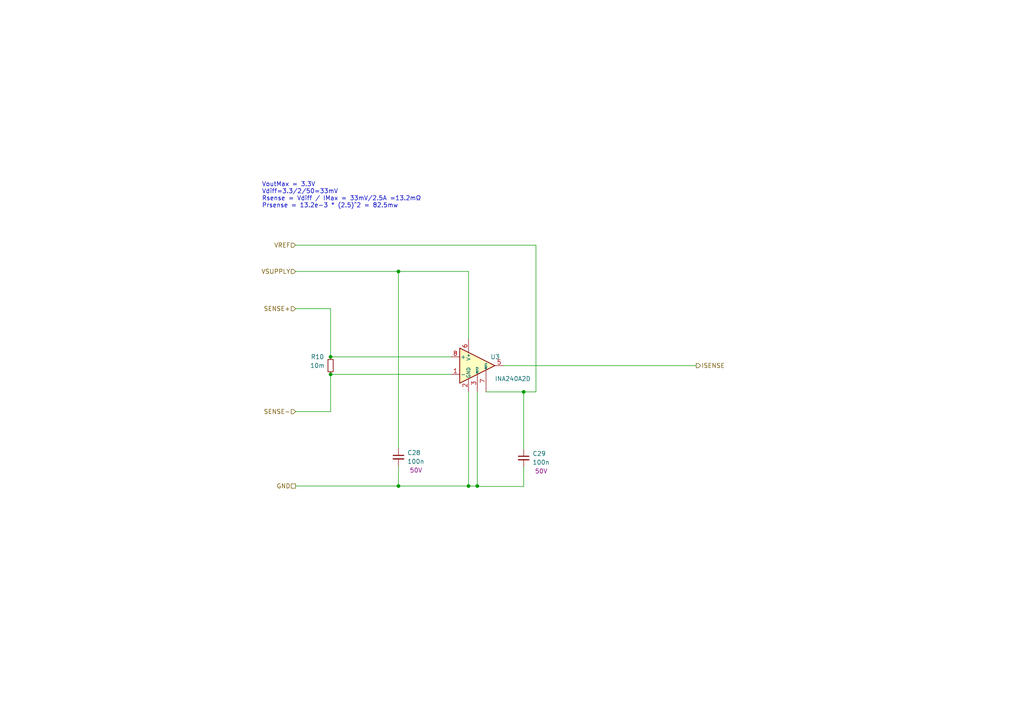
<source format=kicad_sch>
(kicad_sch (version 20250114) (generator "eeschema") (generator_version "9.0")
  (paper "A4")
  (lib_symbols
    (symbol "Amplifier_Current:INA240A3D" (pin_names (offset 0.127))
      (property "Reference" "U" (at 3.81 3.81 0))
      (property "Value" "INA240A3D" (at 3.81 -2.54 0))
      (symbol "INA240A3D_0_1"
        (polyline (pts (xy 5.08 0) (xy -5.08 5.08) (xy -5.08 -5.08) (xy 5.08 0)) (stroke (width 0.254)) (fill (type background)))
      )
      (symbol "INA240A3D_1_1"
        (pin input line (at -7.62 2.54 0) (length 2.54) (name "+") (number "8"))
        (pin input line (at -7.62 -2.54 0) (length 2.54) (name "-") (number "1"))
        (pin power_in line (at -2.54 7.62 270) (length 3.81) (name "V+") (number "6"))
        (pin power_in line (at -2.54 -7.62 90) (length 3.81) (name "GND") (number "2"))
        (pin passive line (at -2.54 -7.62 90) (length 3.81) (hide yes) (name "GND") (number "4"))
        (pin passive line (at 0 -7.62 90) (length 5.08) (name "REF2") (number "3"))
        (pin passive line (at 2.54 -7.62 90) (length 6.35) (name "REF1") (number "7"))
        (pin output line (at 7.62 0 180) (length 2.54) (name "~") (number "5"))
      )
    )
    (symbol "Device:C_Small" (pin_numbers (hide yes)) (pin_names (offset 0.254) (hide yes))
      (property "Reference" "C" (at 0.254 1.778 0))
      (property "Value" "C_Small" (at 0.254 -2.032 0))
      (symbol "C_Small_0_1"
        (polyline (pts (xy -1.524 0.508) (xy 1.524 0.508)) (stroke (width 0.3048)))
        (polyline (pts (xy -1.524 -0.508) (xy 1.524 -0.508)) (stroke (width 0.3302)))
      )
      (symbol "C_Small_1_1"
        (pin passive line (at 0 2.54 270) (length 2.032) (name "~") (number "1"))
        (pin passive line (at 0 -2.54 90) (length 2.032) (name "~") (number "2"))
      )
    )
    (symbol "Device:R_Small" (pin_numbers (hide yes)) (pin_names (offset 0.254) (hide yes))
      (property "Reference" "R" (at 0.762 0.508 0))
      (property "Value" "R_Small" (at 0.762 -1.016 0))
      (symbol "R_Small_0_1"
        (rectangle (start -0.762 1.778) (end 0.762 -1.778) (stroke (width 0.2032)))
      )
      (symbol "R_Small_1_1"
        (pin passive line (at 0 2.54 270) (length 0.762) (name "~") (number "1"))
        (pin passive line (at 0 -2.54 90) (length 0.762) (name "~") (number "2"))
      )
    )
  )
  (text "VoutMax = 3.3V\nVdiff=3.3/2/50=33mV\nRsense = Vdiff / IMax = 33mV/2.5A =13.2mΩ\nPrsense = 13.2e-3 * (2.5)^2 = 82.5mw" (at 75.946 60.452 0) (effects (font (size 1.27 1.27)) (justify left bottom)))
  (junction (at 138.43 140.97))
  (junction (at 95.885 108.585))
  (junction (at 151.892 113.665))
  (junction (at 135.89 140.97))
  (junction (at 115.57 140.97))
  (junction (at 95.885 103.505))
  (junction (at 115.57 78.74))
  (wire (pts (xy 201.93 106.045) (xy 146.05 106.045)))
  (wire (pts (xy 151.892 135.382) (xy 151.892 141.097)))
  (wire (pts (xy 138.43 141.097) (xy 138.43 140.97)))
  (wire (pts (xy 151.892 113.665) (xy 151.892 130.302)))
  (wire (pts (xy 138.43 113.665) (xy 138.43 140.97)))
  (wire (pts (xy 95.885 103.505) (xy 130.81 103.505)))
  (wire (pts (xy 115.57 78.74) (xy 135.89 78.74)))
  (wire (pts (xy 85.725 119.38) (xy 95.885 119.38)))
  (wire (pts (xy 95.885 108.585) (xy 95.885 119.38)))
  (wire (pts (xy 85.725 78.74) (xy 115.57 78.74)))
  (wire (pts (xy 85.725 140.97) (xy 115.57 140.97)))
  (wire (pts (xy 115.57 135.128) (xy 115.57 140.97)))
  (wire (pts (xy 155.448 113.665) (xy 151.892 113.665)))
  (wire (pts (xy 135.89 78.74) (xy 135.89 98.425)))
  (wire (pts (xy 85.725 89.535) (xy 95.885 89.535)))
  (wire (pts (xy 151.892 141.097) (xy 138.43 141.097)))
  (wire (pts (xy 140.97 113.665) (xy 151.892 113.665)))
  (wire (pts (xy 115.57 140.97) (xy 135.89 140.97)))
  (wire (pts (xy 135.89 113.665) (xy 135.89 140.97)))
  (wire (pts (xy 85.725 71.12) (xy 155.448 71.12)))
  (wire (pts (xy 155.448 71.12) (xy 155.448 113.665)))
  (wire (pts (xy 115.57 78.74) (xy 115.57 130.048)))
  (wire (pts (xy 138.43 140.97) (xy 135.89 140.97)))
  (wire (pts (xy 95.885 108.585) (xy 130.81 108.585)))
  (wire (pts (xy 95.885 89.535) (xy 95.885 103.505)))
  (hierarchical_label "ISENSE" (shape output) (at 201.93 106.045 0))
  (hierarchical_label "VSUPPLY" (shape input) (at 85.725 78.74 180))
  (hierarchical_label "GND" (shape passive) (at 85.725 140.97 180))
  (hierarchical_label "SENSE+" (shape input) (at 85.725 89.535 180))
  (hierarchical_label "VREF" (shape input) (at 85.725 71.12 180))
  (hierarchical_label "SENSE-" (shape input) (at 85.725 119.38 180))
  (symbol (lib_id "Device:C_Small") (at 115.57 132.588 0) (unit 1)
    (property "Reference" "C26" (at 118.11 131.318 0) (effects (justify left)))
    (property "Value" "100n" (at 118.11 133.858 0) (effects (justify left)))
    (property "Footprint" "Capacitor_SMD:C_0402_1005Metric" (effects (hide yes)))
    (property "Rating" "50V" (at 120.65 136.398 0))
    (property "LCSC" "C307331" (effects (hide yes)))
    (instances (project "foc8313" (path "" (reference "C28") (unit 1)) (path "" (reference "C26") (unit 1))))
  )
  (symbol (lib_id "Device:C_Small") (at 151.892 132.842 0) (unit 1)
    (property "Reference" "C27" (at 154.432 131.572 0) (effects (justify left)))
    (property "Value" "100n" (at 154.432 134.112 0) (effects (justify left)))
    (property "Footprint" "Capacitor_SMD:C_0402_1005Metric" (effects (hide yes)))
    (property "Rating" "50V" (at 156.972 136.652 0))
    (property "LCSC" "C307331" (effects (hide yes)))
    (instances (project "foc8313" (path "" (reference "C29") (unit 1)) (path "" (reference "C27") (unit 1))))
  )
  (symbol (lib_id "Amplifier_Current:INA240A3D") (at 138.43 106.045 0) (unit 1)
    (property "Reference" "U7" (at 142.24 103.505 0) (effects (justify left)))
    (property "Value" "INA240A2D" (at 143.51 109.855 0) (effects (justify left)))
    (property "Footprint" "Package_SO:SOIC-8_3.9x4.9mm_P1.27mm" (effects (hide yes)))
    (property "Datasheet" "http://www.ti.com/lit/ds/symlink/ina240.pdf" (effects (hide yes)))
    (property "LCSC" "C2060768" (effects (hide yes)))
    (instances (project "smart_servo" (path "" (reference "U3") (unit 1))) (project "foc8313" (path "" (reference "U8") (unit 1)) (path "" (reference "U7") (unit 1))))
  )
  (symbol (lib_id "Device:R_Small") (at 95.885 106.045 0) (unit 1)
    (property "Reference" "R12" (at 92.075 103.505 0))
    (property "Value" "10m" (at 92.075 106.045 0))
    (property "Footprint" "Resistor_SMD:R_0805_2012Metric" (effects (hide yes)))
    (property "LCSC" "C7467614" (effects (hide yes)))
    (instances (project "smart_servo" (path "" (reference "R10") (unit 1))) (project "foc8313" (path "" (reference "R13") (unit 1)) (path "" (reference "R12") (unit 1))))
  )
)
</source>
